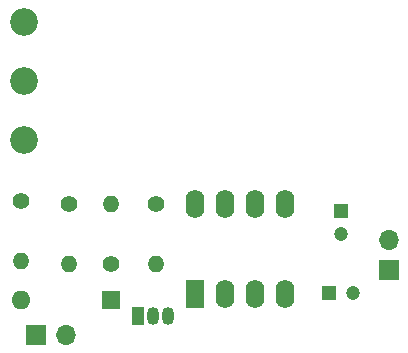
<source format=gbr>
%TF.GenerationSoftware,KiCad,Pcbnew,(5.1.12)-1*%
%TF.CreationDate,2023-08-18T21:24:08+05:30*%
%TF.ProjectId,Fire alaram,46697265-2061-46c6-9172-616d2e6b6963,rev?*%
%TF.SameCoordinates,Original*%
%TF.FileFunction,Soldermask,Bot*%
%TF.FilePolarity,Negative*%
%FSLAX46Y46*%
G04 Gerber Fmt 4.6, Leading zero omitted, Abs format (unit mm)*
G04 Created by KiCad (PCBNEW (5.1.12)-1) date 2023-08-18 21:24:08*
%MOMM*%
%LPD*%
G01*
G04 APERTURE LIST*
%ADD10C,2.340000*%
%ADD11O,1.600000X2.400000*%
%ADD12R,1.600000X2.400000*%
%ADD13O,1.400000X1.400000*%
%ADD14C,1.400000*%
%ADD15R,1.050000X1.500000*%
%ADD16O,1.050000X1.500000*%
%ADD17O,1.700000X1.700000*%
%ADD18R,1.700000X1.700000*%
%ADD19O,1.600000X1.600000*%
%ADD20R,1.600000X1.600000*%
%ADD21C,1.200000*%
%ADD22R,1.200000X1.200000*%
G04 APERTURE END LIST*
D10*
%TO.C,RV1*%
X122100000Y-68060000D03*
X122100000Y-63060000D03*
X122100000Y-58060000D03*
%TD*%
D11*
%TO.C,U1*%
X136652000Y-73406000D03*
X144272000Y-81026000D03*
X139192000Y-73406000D03*
X141732000Y-81026000D03*
X141732000Y-73406000D03*
X139192000Y-81026000D03*
X144272000Y-73406000D03*
D12*
X136652000Y-81026000D03*
%TD*%
D13*
%TO.C,R4*%
X133350000Y-78486000D03*
D14*
X133350000Y-73406000D03*
%TD*%
D13*
%TO.C,R3*%
X129540000Y-73406000D03*
D14*
X129540000Y-78486000D03*
%TD*%
D13*
%TO.C,R2*%
X125984000Y-78486000D03*
D14*
X125984000Y-73406000D03*
%TD*%
D13*
%TO.C,R1*%
X121920000Y-78232000D03*
D14*
X121920000Y-73152000D03*
%TD*%
D15*
%TO.C,Q1*%
X131800000Y-82920000D03*
D16*
X134340000Y-82920000D03*
X133070000Y-82920000D03*
%TD*%
D17*
%TO.C,LS1*%
X153000000Y-76460000D03*
D18*
X153000000Y-79000000D03*
%TD*%
D19*
%TO.C,D1*%
X121920000Y-81534000D03*
D20*
X129540000Y-81534000D03*
%TD*%
D21*
%TO.C,C2*%
X150000000Y-81000000D03*
D22*
X148000000Y-81000000D03*
%TD*%
D21*
%TO.C,C1*%
X149000000Y-76000000D03*
D22*
X149000000Y-74000000D03*
%TD*%
D17*
%TO.C,BT1*%
X125700000Y-84490000D03*
D18*
X123160000Y-84490000D03*
%TD*%
M02*

</source>
